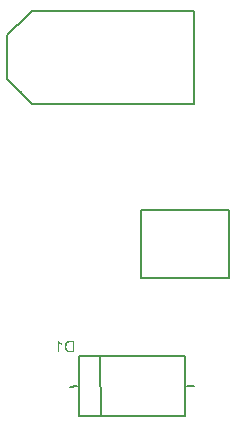
<source format=gbr>
%TF.GenerationSoftware,Altium Limited,Altium Designer,23.4.1 (23)*%
G04 Layer_Color=32896*
%FSLAX45Y45*%
%MOMM*%
%TF.SameCoordinates,FC27E5CA-6F0E-4163-AE28-EC5EA92855B9*%
%TF.FilePolarity,Positive*%
%TF.FileFunction,Legend,Bot*%
%TF.Part,Single*%
G01*
G75*
%TA.AperFunction,NonConductor*%
%ADD22C,0.20000*%
G36*
X489876Y1476591D02*
X491427Y1474335D01*
X493259Y1472080D01*
X494951Y1470106D01*
X496643Y1468414D01*
X497911Y1467005D01*
X498475Y1466582D01*
X498898Y1466159D01*
X499039Y1466018D01*
X499180Y1465877D01*
X502140Y1463480D01*
X505101Y1461225D01*
X507920Y1459251D01*
X510740Y1457701D01*
X513136Y1456291D01*
X514123Y1455727D01*
X514969Y1455304D01*
X515674Y1454881D01*
X516237Y1454740D01*
X516519Y1454458D01*
X516660D01*
Y1442899D01*
X514546Y1443745D01*
X512431Y1444731D01*
X510317Y1445718D01*
X508343Y1446705D01*
X506652Y1447551D01*
X505242Y1448256D01*
X504396Y1448820D01*
X504255Y1448961D01*
X504114D01*
X501577Y1450511D01*
X499321Y1452062D01*
X497347Y1453472D01*
X495797Y1454740D01*
X494387Y1455727D01*
X493541Y1456573D01*
X492836Y1457137D01*
X492695Y1457278D01*
Y1381013D01*
X480713D01*
Y1478987D01*
X488466D01*
X489876Y1476591D01*
D02*
G37*
G36*
X619287Y1381013D02*
X584185D01*
X580943Y1381154D01*
X577982Y1381295D01*
X575304Y1381577D01*
X573048Y1381859D01*
X571075Y1382141D01*
X569665Y1382282D01*
X569242Y1382423D01*
X568819Y1382564D01*
X568537D01*
X566000Y1383269D01*
X563744Y1384114D01*
X561771Y1384819D01*
X560079Y1385665D01*
X558669Y1386370D01*
X557683Y1386934D01*
X557119Y1387357D01*
X556837Y1387498D01*
X555004Y1388766D01*
X553454Y1390317D01*
X551903Y1391727D01*
X550634Y1393136D01*
X549506Y1394405D01*
X548661Y1395392D01*
X548097Y1396097D01*
X547956Y1396379D01*
X546546Y1398634D01*
X545136Y1401031D01*
X544009Y1403286D01*
X543163Y1405542D01*
X542317Y1407515D01*
X541753Y1409066D01*
X541612Y1409630D01*
X541471Y1410053D01*
X541330Y1410335D01*
Y1410476D01*
X540484Y1413859D01*
X539779Y1417242D01*
X539357Y1420485D01*
X538934Y1423586D01*
X538793Y1426264D01*
Y1427392D01*
X538652Y1428379D01*
Y1429084D01*
Y1429789D01*
Y1430071D01*
Y1430212D01*
X538793Y1435004D01*
X539216Y1439375D01*
X539920Y1443322D01*
X540202Y1445154D01*
X540625Y1446705D01*
X541048Y1448256D01*
X541330Y1449524D01*
X541612Y1450652D01*
X542035Y1451639D01*
X542176Y1452485D01*
X542458Y1453049D01*
X542599Y1453331D01*
Y1453472D01*
X544150Y1457137D01*
X545982Y1460379D01*
X547956Y1463198D01*
X549788Y1465595D01*
X551480Y1467569D01*
X552890Y1468978D01*
X553454Y1469401D01*
X553876Y1469824D01*
X554017Y1469965D01*
X554158Y1470106D01*
X556414Y1471939D01*
X558810Y1473348D01*
X561207Y1474617D01*
X563462Y1475604D01*
X565436Y1476309D01*
X566987Y1476732D01*
X567551Y1477014D01*
X567973D01*
X568255Y1477155D01*
X568396D01*
X570793Y1477577D01*
X573612Y1478000D01*
X576432Y1478282D01*
X579251Y1478423D01*
X581789Y1478564D01*
X619287D01*
Y1381013D01*
D02*
G37*
%LPC*%
G36*
X606317Y1467005D02*
X583762D01*
X581929Y1466864D01*
X580097D01*
X578405Y1466723D01*
X575586Y1466300D01*
X573330Y1466018D01*
X571498Y1465595D01*
X570229Y1465172D01*
X569524Y1465031D01*
X569242Y1464890D01*
X566705Y1463621D01*
X564308Y1462071D01*
X562194Y1460238D01*
X560361Y1458406D01*
X558951Y1456714D01*
X557824Y1455304D01*
X557542Y1454740D01*
X557260Y1454317D01*
X556978Y1454035D01*
Y1453894D01*
X556132Y1452344D01*
X555286Y1450511D01*
X554017Y1446846D01*
X553172Y1442899D01*
X552467Y1439093D01*
X552326Y1437401D01*
X552185Y1435709D01*
X552044Y1434300D01*
Y1433031D01*
X551903Y1431903D01*
Y1431198D01*
Y1430634D01*
Y1430493D01*
X552044Y1426546D01*
X552326Y1422881D01*
X552749Y1419639D01*
X553172Y1416819D01*
X553454Y1415692D01*
X553735Y1414705D01*
X554017Y1413718D01*
X554158Y1413013D01*
X554299Y1412449D01*
X554440Y1412026D01*
X554581Y1411744D01*
Y1411603D01*
X555568Y1408925D01*
X556696Y1406529D01*
X557965Y1404414D01*
X559092Y1402581D01*
X560079Y1401172D01*
X560925Y1400185D01*
X561489Y1399621D01*
X561630Y1399339D01*
X563040Y1398211D01*
X564449Y1397225D01*
X565859Y1396379D01*
X567269Y1395533D01*
X568537Y1394969D01*
X569524Y1394546D01*
X570229Y1394405D01*
X570511Y1394264D01*
X572625Y1393700D01*
X575163Y1393277D01*
X577700Y1392995D01*
X580097Y1392854D01*
X582211Y1392713D01*
X583198Y1392573D01*
X606317D01*
Y1467005D01*
D02*
G37*
%LPD*%
D22*
X654800Y846100D02*
Y1350000D01*
X583612Y1092768D02*
X644800Y1093600D01*
X840000Y1340000D02*
X842800Y846100D01*
X1573000Y1100000D02*
X1633650Y1100000D01*
X654800Y846100D02*
X1560000D01*
Y1350000D01*
X654800D02*
X1560000D01*
X50000Y3720000D02*
Y3742500D01*
X285000Y3482500D02*
X310000Y3482900D01*
X282500Y4270000D02*
X310000Y4270300D01*
X47500Y4010000D02*
Y4040000D01*
X310000Y4270300D02*
X1636200D01*
Y3482900D02*
Y4270300D01*
X310000Y3482900D02*
X1636200D01*
X141875Y3605625D02*
X173125Y3574375D01*
X138966Y4154071D02*
X165061Y4179917D01*
X47500Y4010000D02*
X50000Y3742500D01*
X141875Y3605625D02*
X265000Y3482500D01*
X285000D01*
X50000Y3697500D02*
X141875Y3605625D01*
X50000Y3697500D02*
Y3720000D01*
X138966Y4154071D02*
X257500Y4270000D01*
X282500D01*
X47500Y4065000D02*
X257500Y4270000D01*
X47500Y4040000D02*
Y4065000D01*
X1184996Y2012497D02*
X1925002D01*
Y2587504D01*
X1184996D02*
X1925002D01*
X1184996Y2012497D02*
Y2587504D01*
%TF.MD5,421d4cc53687f5873a18d68a6174b4ae*%
M02*

</source>
